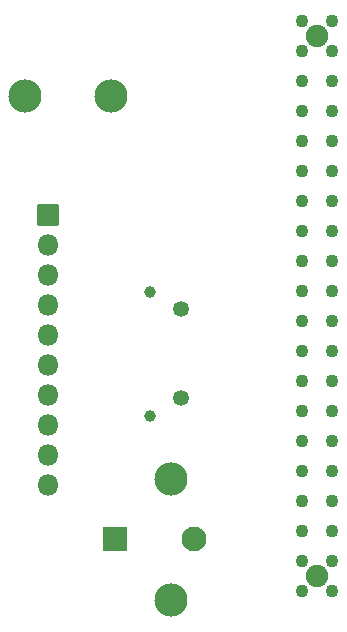
<source format=gbs>
%TF.GenerationSoftware,KiCad,Pcbnew,(6.0.5)*%
%TF.CreationDate,2022-06-23T22:14:42-04:00*%
%TF.ProjectId,pi_zero_shield,70695f7a-6572-46f5-9f73-6869656c642e,rev?*%
%TF.SameCoordinates,Original*%
%TF.FileFunction,Soldermask,Bot*%
%TF.FilePolarity,Negative*%
%FSLAX46Y46*%
G04 Gerber Fmt 4.6, Leading zero omitted, Abs format (unit mm)*
G04 Created by KiCad (PCBNEW (6.0.5)) date 2022-06-23 22:14:42*
%MOMM*%
%LPD*%
G01*
G04 APERTURE LIST*
G04 Aperture macros list*
%AMRoundRect*
0 Rectangle with rounded corners*
0 $1 Rounding radius*
0 $2 $3 $4 $5 $6 $7 $8 $9 X,Y pos of 4 corners*
0 Add a 4 corners polygon primitive as box body*
4,1,4,$2,$3,$4,$5,$6,$7,$8,$9,$2,$3,0*
0 Add four circle primitives for the rounded corners*
1,1,$1+$1,$2,$3*
1,1,$1+$1,$4,$5*
1,1,$1+$1,$6,$7*
1,1,$1+$1,$8,$9*
0 Add four rect primitives between the rounded corners*
20,1,$1+$1,$2,$3,$4,$5,0*
20,1,$1+$1,$4,$5,$6,$7,0*
20,1,$1+$1,$6,$7,$8,$9,0*
20,1,$1+$1,$8,$9,$2,$3,0*%
G04 Aperture macros list end*
%ADD10C,0.990000*%
%ADD11C,1.348000*%
%ADD12C,2.810000*%
%ADD13RoundRect,0.050000X-0.850000X-0.850000X0.850000X-0.850000X0.850000X0.850000X-0.850000X0.850000X0*%
%ADD14O,1.800000X1.800000*%
%ADD15C,1.100000*%
%ADD16C,1.900000*%
%ADD17RoundRect,0.050000X-1.000000X-1.000000X1.000000X-1.000000X1.000000X1.000000X-1.000000X1.000000X0*%
%ADD18C,2.100000*%
G04 APERTURE END LIST*
D10*
%TO.C,J3*%
X126350000Y-104525000D03*
X126350000Y-115025000D03*
D11*
X129000000Y-106025000D03*
X129000000Y-113525000D03*
%TD*%
D12*
%TO.C,J5*%
X123050000Y-87965000D03*
X115750000Y-87965000D03*
%TD*%
D13*
%TO.C,J4*%
X117750000Y-98025000D03*
D14*
X117750000Y-100565000D03*
X117750000Y-103105000D03*
X117750000Y-105645000D03*
X117750000Y-108185000D03*
X117750000Y-110725000D03*
X117750000Y-113265000D03*
X117750000Y-115805000D03*
X117750000Y-118345000D03*
X117750000Y-120885000D03*
%TD*%
D15*
%TO.C,J2*%
X139230000Y-127340000D03*
X141770000Y-104480000D03*
X139230000Y-117180000D03*
X141770000Y-124800000D03*
X141770000Y-96860000D03*
X141770000Y-86700000D03*
X141770000Y-119720000D03*
X141770000Y-84160000D03*
X141770000Y-91780000D03*
X139230000Y-129880000D03*
X141770000Y-117180000D03*
X139230000Y-119720000D03*
X141770000Y-112100000D03*
X139230000Y-86700000D03*
X139230000Y-112100000D03*
X139230000Y-122260000D03*
X141770000Y-89240000D03*
X141770000Y-99400000D03*
X141770000Y-81620000D03*
X141770000Y-94320000D03*
X139230000Y-99400000D03*
X139230000Y-109560000D03*
X139230000Y-107020000D03*
D16*
X140500000Y-128620000D03*
D15*
X139230000Y-94320000D03*
X139230000Y-81620000D03*
X141770000Y-114640000D03*
X139230000Y-84160000D03*
X139230000Y-104480000D03*
X141770000Y-101940000D03*
X141770000Y-129880000D03*
X139230000Y-91780000D03*
X139230000Y-101940000D03*
X141770000Y-127340000D03*
X139230000Y-96860000D03*
X141770000Y-107020000D03*
X139230000Y-124800000D03*
X141770000Y-109560000D03*
X139230000Y-89240000D03*
D16*
X140500000Y-82870000D03*
D15*
X139230000Y-114640000D03*
X141770000Y-122260000D03*
%TD*%
D12*
%TO.C,J6*%
X128130000Y-130650000D03*
X128130000Y-120350000D03*
%TD*%
D17*
%TO.C,BZ1*%
X123340000Y-125490000D03*
D18*
X130090000Y-125490000D03*
%TD*%
M02*

</source>
